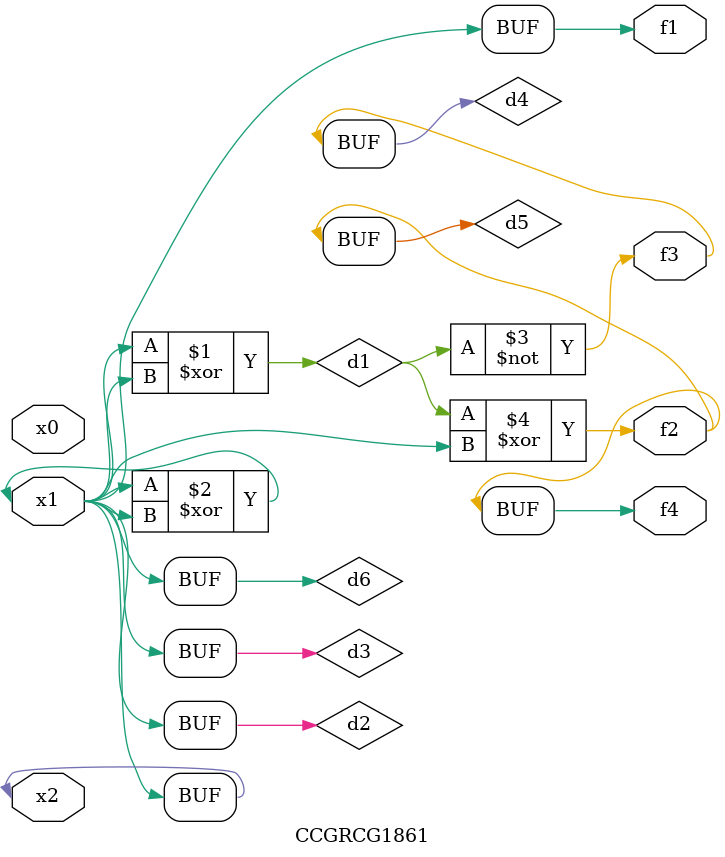
<source format=v>
module CCGRCG1861(
	input x0, x1, x2,
	output f1, f2, f3, f4
);

	wire d1, d2, d3, d4, d5, d6;

	xor (d1, x1, x2);
	buf (d2, x1, x2);
	xor (d3, x1, x2);
	nor (d4, d1);
	xor (d5, d1, d2);
	buf (d6, d2, d3);
	assign f1 = d6;
	assign f2 = d5;
	assign f3 = d4;
	assign f4 = d5;
endmodule

</source>
